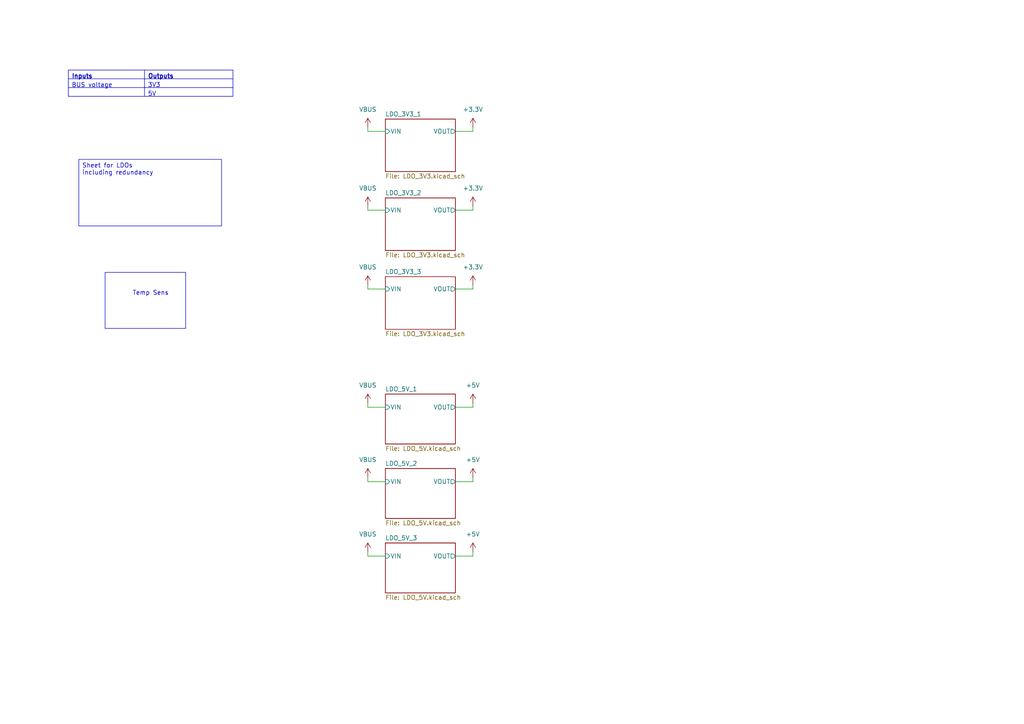
<source format=kicad_sch>
(kicad_sch (version 20250114) (generator "eeschema") (generator_version "9.0")
  (paper "A4")
  (lib_symbols
    (symbol "power:+3.3V" (power) (pin_numbers (hide yes)) (pin_names (offset 0) (hide yes))
      (property "Value" "+3.3V" (at 0 3.556 0))
      (symbol "+3.3V_0_1"
        (polyline (pts (xy -0.762 1.27) (xy 0 2.54)))
        (polyline (pts (xy 0 2.54) (xy 0.762 1.27)))
        (polyline (pts (xy 0 0) (xy 0 2.54)))
      )
      (symbol "+3.3V_1_1"
        (pin power_in line (at 0 0 90) (length 0) (name "~") (number "1"))
      )
    )
    (symbol "power:+5V" (power) (pin_numbers (hide yes)) (pin_names (offset 0) (hide yes))
      (property "Value" "+5V" (at 0 3.556 0))
      (symbol "+5V_0_1"
        (polyline (pts (xy -0.762 1.27) (xy 0 2.54)))
        (polyline (pts (xy 0 2.54) (xy 0.762 1.27)))
        (polyline (pts (xy 0 0) (xy 0 2.54)))
      )
      (symbol "+5V_1_1"
        (pin power_in line (at 0 0 90) (length 0) (name "~") (number "1"))
      )
    )
    (symbol "power:VBUS" (power) (pin_numbers (hide yes)) (pin_names (offset 0) (hide yes))
      (property "Value" "VBUS" (at 0 3.556 0))
      (symbol "VBUS_0_1"
        (polyline (pts (xy -0.762 1.27) (xy 0 2.54)))
        (polyline (pts (xy 0 2.54) (xy 0.762 1.27)))
        (polyline (pts (xy 0 0) (xy 0 2.54)))
      )
      (symbol "VBUS_1_1"
        (pin power_in line (at 0 0 90) (length 0) (name "~") (number "1"))
      )
    )
  )
  (rectangle (start 30.48 78.994) (end 53.848 95.25))
  (text "Temp Sens" (at 43.688 85.09 0) (effects (font (size 1.27 1.27))))
  (text_box "Sheet for LDOs\nincluding redundancy" (at 22.86 46.228 0) (size 41.402 19.304) (margins 0.9525 0.9525 0.9525 0.9525) (effects (font (size 1.27 1.27)) (justify left top)))
  (wire (pts (xy 137.16 59.69) (xy 137.16 60.96)))
  (wire (pts (xy 106.68 38.1) (xy 111.76 38.1)))
  (wire (pts (xy 137.16 139.7) (xy 132.08 139.7)))
  (wire (pts (xy 137.16 160.02) (xy 137.16 161.29)))
  (wire (pts (xy 137.16 161.29) (xy 132.08 161.29)))
  (wire (pts (xy 106.68 160.02) (xy 106.68 161.29)))
  (wire (pts (xy 132.08 83.82) (xy 137.16 83.82)))
  (wire (pts (xy 137.16 82.55) (xy 137.16 83.82)))
  (wire (pts (xy 106.68 60.96) (xy 111.76 60.96)))
  (wire (pts (xy 106.68 83.82) (xy 111.76 83.82)))
  (wire (pts (xy 137.16 116.84) (xy 137.16 118.11)))
  (wire (pts (xy 132.08 38.1) (xy 137.16 38.1)))
  (wire (pts (xy 137.16 118.11) (xy 132.08 118.11)))
  (wire (pts (xy 106.68 36.83) (xy 106.68 38.1)))
  (wire (pts (xy 137.16 138.43) (xy 137.16 139.7)))
  (wire (pts (xy 106.68 116.84) (xy 106.68 118.11)))
  (wire (pts (xy 106.68 139.7) (xy 111.76 139.7)))
  (wire (pts (xy 106.68 82.55) (xy 106.68 83.82)))
  (wire (pts (xy 106.68 59.69) (xy 106.68 60.96)))
  (wire (pts (xy 106.68 138.43) (xy 106.68 139.7)))
  (wire (pts (xy 106.68 118.11) (xy 111.76 118.11)))
  (wire (pts (xy 132.08 60.96) (xy 137.16 60.96)))
  (wire (pts (xy 106.68 161.29) (xy 111.76 161.29)))
  (wire (pts (xy 137.16 36.83) (xy 137.16 38.1)))
  (table (column_count 2) (border (external yes) (header yes)) (separators (rows yes) (cols yes)) (column_widths 22.098 25.654) (row_heights 2.54 2.54 2.54) (cells (table_cell "Inputs" (at 19.812 20.32 0) (size 22.098 2.54) (margins 0.9525 0.9525 0.9525 0.9525) (span 1 1)) (table_cell "Outputs" (at 41.91 20.32 0) (size 25.654 2.54) (margins 0.9525 0.9525 0.9525 0.9525) (span 1 1)) (table_cell "BUS voltage" (at 19.812 22.86 0) (size 22.098 2.54) (margins 0.9525 0.9525 0.9525 0.9525) (span 1 1)) (table_cell "3V3" (at 41.91 22.86 0) (size 25.654 2.54) (margins 0.9525 0.9525 0.9525 0.9525) (span 1 1)) (table_cell "" (at 19.812 25.4 0) (size 22.098 2.54) (margins 0.9525 0.9525 0.9525 0.9525) (span 1 1)) (table_cell "5V" (at 41.91 25.4 0) (size 25.654 2.54) (margins 0.9525 0.9525 0.9525 0.9525) (span 1 1))))
  (symbol (lib_id "power:VBUS") (at 106.68 160.02 0) (unit 1)
    (property "Reference" "#PWR02511" (effects (hide yes)))
    (property "Value" "VBUS" (at 106.68 154.94 0))
    (property "Description" "Power symbol creates a global label with name \"VBUS\"" (effects (hide yes)))
  )
  (symbol (lib_id "power:VBUS") (at 106.68 138.43 0) (unit 1)
    (property "Reference" "#PWR02509" (effects (hide yes)))
    (property "Value" "VBUS" (at 106.68 133.35 0))
    (property "Description" "Power symbol creates a global label with name \"VBUS\"" (effects (hide yes)))
  )
  (symbol (lib_id "power:+3.3V") (at 137.16 59.69 0) (unit 1)
    (property "Reference" "#PWR02504" (effects (hide yes)))
    (property "Value" "+3.3V" (at 137.16 54.61 0))
    (property "Description" "Power symbol creates a global label with name \"+3.3V\"" (effects (hide yes)))
  )
  (symbol (lib_id "power:+3.3V") (at 137.16 36.83 0) (unit 1)
    (property "Reference" "#PWR02502" (effects (hide yes)))
    (property "Value" "+3.3V" (at 137.16 31.75 0))
    (property "Description" "Power symbol creates a global label with name \"+3.3V\"" (effects (hide yes)))
  )
  (symbol (lib_id "power:+5V") (at 137.16 160.02 0) (unit 1)
    (property "Reference" "#PWR02512" (effects (hide yes)))
    (property "Value" "+5V" (at 137.16 154.94 0))
    (property "Description" "Power symbol creates a global label with name \"+5V\"" (effects (hide yes)))
  )
  (symbol (lib_id "power:+5V") (at 137.16 138.43 0) (unit 1)
    (property "Reference" "#PWR02510" (effects (hide yes)))
    (property "Value" "+5V" (at 137.16 133.35 0))
    (property "Description" "Power symbol creates a global label with name \"+5V\"" (effects (hide yes)))
  )
  (symbol (lib_id "power:VBUS") (at 106.68 36.83 0) (unit 1)
    (property "Reference" "#PWR02501" (effects (hide yes)))
    (property "Value" "VBUS" (at 106.68 31.75 0))
    (property "Description" "Power symbol creates a global label with name \"VBUS\"" (effects (hide yes)))
  )
  (symbol (lib_id "power:VBUS") (at 106.68 59.69 0) (unit 1)
    (property "Reference" "#PWR02503" (effects (hide yes)))
    (property "Value" "VBUS" (at 106.68 54.61 0))
    (property "Description" "Power symbol creates a global label with name \"VBUS\"" (effects (hide yes)))
  )
  (symbol (lib_id "power:VBUS") (at 106.68 82.55 0) (unit 1)
    (property "Reference" "#PWR02505" (effects (hide yes)))
    (property "Value" "VBUS" (at 106.68 77.47 0))
    (property "Description" "Power symbol creates a global label with name \"VBUS\"" (effects (hide yes)))
  )
  (symbol (lib_id "power:+3.3V") (at 137.16 82.55 0) (unit 1)
    (property "Reference" "#PWR02506" (effects (hide yes)))
    (property "Value" "+3.3V" (at 137.16 77.47 0))
    (property "Description" "Power symbol creates a global label with name \"+3.3V\"" (effects (hide yes)))
  )
  (symbol (lib_id "power:+5V") (at 137.16 116.84 0) (unit 1)
    (property "Reference" "#PWR02508" (effects (hide yes)))
    (property "Value" "+5V" (at 137.16 111.76 0))
    (property "Description" "Power symbol creates a global label with name \"+5V\"" (effects (hide yes)))
  )
  (symbol (lib_id "power:VBUS") (at 106.68 116.84 0) (unit 1)
    (property "Reference" "#PWR02507" (effects (hide yes)))
    (property "Value" "VBUS" (at 106.68 111.76 0))
    (property "Description" "Power symbol creates a global label with name \"VBUS\"" (effects (hide yes)))
  )
  (sheet (at 111.76 114.3) (size 20.32 14.478) (stroke (width 0.1524))
    (property "Sheetname" "LDO_5V_1" (at 111.76 113.5884 0) (effects (justify left bottom)))
    (property "Sheetfile" "LDO_5V.kicad_sch" (at 111.76 129.3626 0) (effects (justify left top)))
    (pin "VIN" input (at 111.76 118.11 180))
    (pin "VOUT" output (at 132.08 118.11 0))
  )
  (sheet (at 111.76 135.89) (size 20.32 14.478) (stroke (width 0.1524))
    (property "Sheetname" "LDO_5V_2" (at 111.76 135.1784 0) (effects (justify left bottom)))
    (property "Sheetfile" "LDO_5V.kicad_sch" (at 111.76 150.9526 0) (effects (justify left top)))
    (pin "VIN" input (at 111.76 139.7 180))
    (pin "VOUT" output (at 132.08 139.7 0))
  )
  (sheet (at 111.76 80.264) (size 20.32 15.24) (stroke (width 0.1524))
    (property "Sheetname" "LDO_3V3_3" (at 111.76 79.5524 0) (effects (justify left bottom)))
    (property "Sheetfile" "LDO_3V3.kicad_sch" (at 111.76 96.0886 0) (effects (justify left top)))
    (pin "VIN" input (at 111.76 83.82 180))
    (pin "VOUT" output (at 132.08 83.82 0))
  )
  (sheet (at 111.76 57.404) (size 20.32 15.24) (stroke (width 0.1524))
    (property "Sheetname" "LDO_3V3_2" (at 111.76 56.6924 0) (effects (justify left bottom)))
    (property "Sheetfile" "LDO_3V3.kicad_sch" (at 111.76 73.2286 0) (effects (justify left top)))
    (pin "VIN" input (at 111.76 60.96 180))
    (pin "VOUT" output (at 132.08 60.96 0))
  )
  (sheet (at 111.76 157.48) (size 20.32 14.478) (stroke (width 0.1524))
    (property "Sheetname" "LDO_5V_3" (at 111.76 156.7684 0) (effects (justify left bottom)))
    (property "Sheetfile" "LDO_5V.kicad_sch" (at 111.76 172.5426 0) (effects (justify left top)))
    (pin "VIN" input (at 111.76 161.29 180))
    (pin "VOUT" output (at 132.08 161.29 0))
  )
  (sheet (at 111.76 34.544) (size 20.32 15.24) (stroke (width 0.1524))
    (property "Sheetname" "LDO_3V3_1" (at 111.76 33.8324 0) (effects (justify left bottom)))
    (property "Sheetfile" "LDO_3V3.kicad_sch" (at 111.76 50.3686 0) (effects (justify left top)))
    (pin "VIN" input (at 111.76 38.1 180))
    (pin "VOUT" output (at 132.08 38.1 0))
  )
)
</source>
